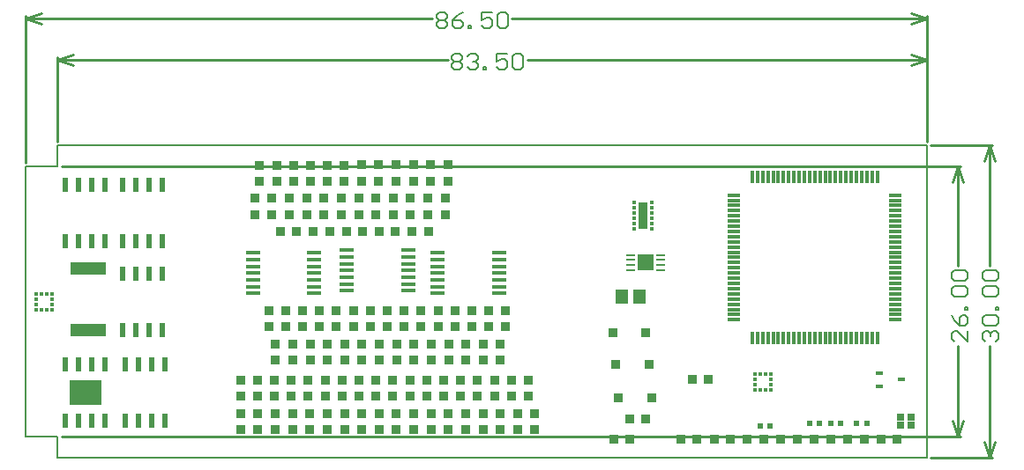
<source format=gtp>
G04*
G04 #@! TF.GenerationSoftware,Altium Limited,Altium Designer,22.6.1 (34)*
G04*
G04 Layer_Color=8421504*
%FSLAX25Y25*%
%MOIN*%
G70*
G04*
G04 #@! TF.SameCoordinates,4A999195-7229-471D-A063-F470427C1832*
G04*
G04*
G04 #@! TF.FilePolarity,Positive*
G04*
G01*
G75*
%ADD13C,0.00787*%
%ADD14C,0.01000*%
%ADD16C,0.00600*%
%ADD17R,0.02362X0.05709*%
%ADD18R,0.12205X0.09488*%
%ADD19R,0.02953X0.02559*%
%ADD20R,0.13386X0.04921*%
%ADD21R,0.05512X0.01575*%
%ADD22R,0.03347X0.00984*%
%ADD23R,0.06299X0.05906*%
%ADD24R,0.03543X0.03740*%
%ADD25R,0.04921X0.05512*%
%ADD26R,0.03740X0.03543*%
%ADD27R,0.03150X0.01575*%
%ADD28R,0.03543X0.03740*%
%ADD29R,0.01181X0.04724*%
%ADD30R,0.04724X0.01181*%
%ADD31R,0.01280X0.01181*%
%ADD32R,0.03386X0.10433*%
%ADD33R,0.01772X0.01378*%
%ADD34R,0.03740X0.03543*%
%ADD35R,0.02362X0.02165*%
D13*
X11836Y110261D02*
Y118135D01*
Y25D02*
Y7899D01*
X25D02*
X11836D01*
X25Y110261D02*
X11836D01*
Y25D02*
X340576D01*
Y118135D01*
X11836D02*
X340576D01*
X25Y7899D02*
Y110261D01*
D14*
X350362Y13874D02*
X352362Y7874D01*
X354362Y13874D01*
X352362Y110236D02*
X354362Y104236D01*
X350362D02*
X352362Y110236D01*
Y7874D02*
Y42360D01*
Y72551D02*
Y110236D01*
X13780Y7874D02*
X353362D01*
X13780Y110236D02*
X353362D01*
X11836Y150591D02*
X17836Y152591D01*
X11836Y150591D02*
X17836Y148591D01*
X334576D02*
X340576Y150591D01*
X334576Y152591D02*
X340576Y150591D01*
X11836D02*
X159511D01*
X189702D02*
X340576D01*
X11836Y119529D02*
Y151591D01*
X340576Y119529D02*
Y151591D01*
X364173Y118135D02*
X366173Y112135D01*
X362173D02*
X364173Y118135D01*
X362173Y6025D02*
X364173Y25D01*
X366173Y6025D01*
X364173Y72576D02*
Y118135D01*
Y25D02*
Y42384D01*
X341970Y118135D02*
X365173D01*
X341970Y25D02*
X365173D01*
X25Y166339D02*
X6025Y168339D01*
X25Y166339D02*
X6025Y164339D01*
X334576D02*
X340576Y166339D01*
X334576Y168339D02*
X340576Y166339D01*
X25D02*
X153605D01*
X183796D02*
X340576D01*
X25Y111655D02*
Y167339D01*
X340576Y119529D02*
Y167339D01*
D16*
X355961Y47958D02*
Y43960D01*
X351962Y47958D01*
X350963D01*
X349963Y46959D01*
Y44959D01*
X350963Y43960D01*
X349963Y53956D02*
X350963Y51957D01*
X352962Y49957D01*
X354961D01*
X355961Y50957D01*
Y52957D01*
X354961Y53956D01*
X353962D01*
X352962Y52957D01*
Y49957D01*
X355961Y55956D02*
X354961D01*
Y56955D01*
X355961D01*
Y55956D01*
X350963Y60954D02*
X349963Y61954D01*
Y63953D01*
X350963Y64953D01*
X354961D01*
X355961Y63953D01*
Y61954D01*
X354961Y60954D01*
X350963D01*
Y66952D02*
X349963Y67952D01*
Y69951D01*
X350963Y70951D01*
X354961D01*
X355961Y69951D01*
Y67952D01*
X354961Y66952D01*
X350963D01*
X161110Y151990D02*
X162110Y152990D01*
X164110D01*
X165109Y151990D01*
Y150990D01*
X164110Y149991D01*
X165109Y148991D01*
Y147991D01*
X164110Y146992D01*
X162110D01*
X161110Y147991D01*
Y148991D01*
X162110Y149991D01*
X161110Y150990D01*
Y151990D01*
X162110Y149991D02*
X164110D01*
X167109Y151990D02*
X168108Y152990D01*
X170107D01*
X171107Y151990D01*
Y150990D01*
X170107Y149991D01*
X169108D01*
X170107D01*
X171107Y148991D01*
Y147991D01*
X170107Y146992D01*
X168108D01*
X167109Y147991D01*
X173107Y146992D02*
Y147991D01*
X174106D01*
Y146992D01*
X173107D01*
X182104Y152990D02*
X178105D01*
Y149991D01*
X180104Y150990D01*
X181104D01*
X182104Y149991D01*
Y147991D01*
X181104Y146992D01*
X179105D01*
X178105Y147991D01*
X184103Y151990D02*
X185103Y152990D01*
X187102D01*
X188102Y151990D01*
Y147991D01*
X187102Y146992D01*
X185103D01*
X184103Y147991D01*
Y151990D01*
X362774Y43984D02*
X361774Y44984D01*
Y46984D01*
X362774Y47983D01*
X363773D01*
X364773Y46984D01*
Y45984D01*
Y46984D01*
X365773Y47983D01*
X366773D01*
X367772Y46984D01*
Y44984D01*
X366773Y43984D01*
X362774Y49983D02*
X361774Y50982D01*
Y52982D01*
X362774Y53981D01*
X366773D01*
X367772Y52982D01*
Y50982D01*
X366773Y49983D01*
X362774D01*
X367772Y55981D02*
X366773D01*
Y56980D01*
X367772D01*
Y55981D01*
X362774Y60979D02*
X361774Y61979D01*
Y63978D01*
X362774Y64978D01*
X366773D01*
X367772Y63978D01*
Y61979D01*
X366773Y60979D01*
X362774D01*
Y66977D02*
X361774Y67977D01*
Y69976D01*
X362774Y70976D01*
X366773D01*
X367772Y69976D01*
Y67977D01*
X366773Y66977D01*
X362774D01*
X155205Y167738D02*
X156205Y168738D01*
X158204D01*
X159204Y167738D01*
Y166738D01*
X158204Y165739D01*
X159204Y164739D01*
Y163739D01*
X158204Y162740D01*
X156205D01*
X155205Y163739D01*
Y164739D01*
X156205Y165739D01*
X155205Y166738D01*
Y167738D01*
X156205Y165739D02*
X158204D01*
X165202Y168738D02*
X163202Y167738D01*
X161203Y165739D01*
Y163739D01*
X162203Y162740D01*
X164202D01*
X165202Y163739D01*
Y164739D01*
X164202Y165739D01*
X161203D01*
X167201Y162740D02*
Y163739D01*
X168201D01*
Y162740D01*
X167201D01*
X176198Y168738D02*
X172199D01*
Y165739D01*
X174199Y166738D01*
X175198D01*
X176198Y165739D01*
Y163739D01*
X175198Y162740D01*
X173199D01*
X172199Y163739D01*
X178198Y167738D02*
X179197Y168738D01*
X181196D01*
X182196Y167738D01*
Y163739D01*
X181196Y162740D01*
X179197D01*
X178198Y163739D01*
Y167738D01*
D17*
X15138Y13878D02*
D03*
X20138D02*
D03*
X25138D02*
D03*
X30138D02*
D03*
X15138Y35335D02*
D03*
X20138D02*
D03*
X25138D02*
D03*
X30138D02*
D03*
X51791Y69784D02*
D03*
X46791D02*
D03*
X41791D02*
D03*
X36791D02*
D03*
X51791Y48327D02*
D03*
X46791D02*
D03*
X41791D02*
D03*
X36791D02*
D03*
X52776Y35335D02*
D03*
X47776D02*
D03*
X42776D02*
D03*
X37776D02*
D03*
X52776Y13878D02*
D03*
X47776D02*
D03*
X42776D02*
D03*
X37776D02*
D03*
X51791Y103248D02*
D03*
X46791D02*
D03*
X41791D02*
D03*
X36791D02*
D03*
X51791Y81791D02*
D03*
X46791D02*
D03*
X41791D02*
D03*
X36791D02*
D03*
X30138Y103248D02*
D03*
X25138D02*
D03*
X20138D02*
D03*
X15138D02*
D03*
X30138Y81791D02*
D03*
X25138D02*
D03*
X20138D02*
D03*
X15138D02*
D03*
D18*
X22638Y24606D02*
D03*
D19*
X330610Y15256D02*
D03*
Y12303D02*
D03*
X334744Y15256D02*
D03*
Y12303D02*
D03*
D20*
X23622Y48327D02*
D03*
Y71752D02*
D03*
D21*
X121260Y78543D02*
D03*
Y75984D02*
D03*
Y73425D02*
D03*
Y70866D02*
D03*
Y68307D02*
D03*
Y65748D02*
D03*
Y63189D02*
D03*
X144488Y78543D02*
D03*
Y75984D02*
D03*
Y73425D02*
D03*
Y70866D02*
D03*
Y68307D02*
D03*
Y65748D02*
D03*
Y63189D02*
D03*
X155709Y77559D02*
D03*
Y75000D02*
D03*
Y72441D02*
D03*
Y69882D02*
D03*
Y67323D02*
D03*
Y64764D02*
D03*
Y62205D02*
D03*
X178937Y77559D02*
D03*
Y75000D02*
D03*
Y72441D02*
D03*
Y69882D02*
D03*
Y67323D02*
D03*
Y64764D02*
D03*
Y62205D02*
D03*
X85827Y77559D02*
D03*
Y75000D02*
D03*
Y72441D02*
D03*
Y69882D02*
D03*
Y67323D02*
D03*
Y64764D02*
D03*
Y62205D02*
D03*
X109055Y77559D02*
D03*
Y75000D02*
D03*
Y72441D02*
D03*
Y69882D02*
D03*
Y67323D02*
D03*
Y64764D02*
D03*
Y62205D02*
D03*
D22*
X228661Y76772D02*
D03*
Y74803D02*
D03*
Y72835D02*
D03*
Y70866D02*
D03*
X239843Y76772D02*
D03*
Y74803D02*
D03*
Y72835D02*
D03*
Y70866D02*
D03*
D23*
X234252Y73819D02*
D03*
D24*
X235531Y35433D02*
D03*
X223130D02*
D03*
X236516Y22638D02*
D03*
X224114D02*
D03*
X234252Y47244D02*
D03*
X221850D02*
D03*
X121159Y85614D02*
D03*
X127262D02*
D03*
X133605D02*
D03*
X139707D02*
D03*
X96268D02*
D03*
X102370D02*
D03*
X108714D02*
D03*
X114816D02*
D03*
X146051D02*
D03*
X152153D02*
D03*
D25*
X231890Y61024D02*
D03*
X225394D02*
D03*
D26*
X133426Y104698D02*
D03*
Y110801D02*
D03*
X126886Y104698D02*
D03*
Y110801D02*
D03*
X153047Y104698D02*
D03*
Y110801D02*
D03*
X159587Y104698D02*
D03*
Y110801D02*
D03*
X107413Y10630D02*
D03*
Y16732D02*
D03*
X185895Y10630D02*
D03*
Y16732D02*
D03*
X172814Y10630D02*
D03*
Y16732D02*
D03*
X192435Y10630D02*
D03*
Y16732D02*
D03*
X179354Y10630D02*
D03*
Y16732D02*
D03*
X114039Y36938D02*
D03*
Y43040D02*
D03*
X94418Y36938D02*
D03*
Y43040D02*
D03*
X100958Y36938D02*
D03*
Y43040D02*
D03*
X120579Y36938D02*
D03*
Y43040D02*
D03*
X107499Y36938D02*
D03*
Y43040D02*
D03*
X133573Y10630D02*
D03*
Y16732D02*
D03*
X127033Y10630D02*
D03*
Y16732D02*
D03*
X120493Y10630D02*
D03*
Y16732D02*
D03*
X113953Y10630D02*
D03*
Y16732D02*
D03*
X159734Y10630D02*
D03*
Y16732D02*
D03*
X140113Y10630D02*
D03*
Y16732D02*
D03*
X146653Y10630D02*
D03*
Y16732D02*
D03*
X166274Y10630D02*
D03*
Y16732D02*
D03*
X153194Y10630D02*
D03*
Y16732D02*
D03*
X81252Y10630D02*
D03*
Y16732D02*
D03*
X100872Y10630D02*
D03*
Y16732D02*
D03*
X94332Y10630D02*
D03*
Y16732D02*
D03*
X146506Y104698D02*
D03*
Y110801D02*
D03*
X139966Y104698D02*
D03*
Y110801D02*
D03*
X87792Y10630D02*
D03*
Y16732D02*
D03*
X140199Y36938D02*
D03*
Y43040D02*
D03*
X166360Y36938D02*
D03*
Y43040D02*
D03*
X133659Y36938D02*
D03*
Y43040D02*
D03*
X159820Y36938D02*
D03*
Y43040D02*
D03*
X153280Y36938D02*
D03*
Y43040D02*
D03*
X119272Y92056D02*
D03*
Y98158D02*
D03*
X127119Y36938D02*
D03*
Y43040D02*
D03*
X145432Y92056D02*
D03*
Y98158D02*
D03*
X151973Y92056D02*
D03*
Y98158D02*
D03*
X158513Y92056D02*
D03*
Y98158D02*
D03*
X125812Y92056D02*
D03*
Y98158D02*
D03*
X132352Y92056D02*
D03*
Y98158D02*
D03*
X138892Y92056D02*
D03*
Y98158D02*
D03*
X93111Y92056D02*
D03*
Y98158D02*
D03*
X86571Y92056D02*
D03*
Y98158D02*
D03*
X179440Y36938D02*
D03*
Y43040D02*
D03*
X112732Y92056D02*
D03*
Y98158D02*
D03*
X99651Y92056D02*
D03*
Y98158D02*
D03*
X106191Y92056D02*
D03*
Y98158D02*
D03*
X172900Y36938D02*
D03*
Y43040D02*
D03*
X146739Y36938D02*
D03*
Y43040D02*
D03*
D27*
X322539Y26969D02*
D03*
Y32087D02*
D03*
X331004Y29528D02*
D03*
D28*
X104625Y55584D02*
D03*
Y49482D02*
D03*
X149425Y55584D02*
D03*
Y49482D02*
D03*
X155825Y55584D02*
D03*
Y49482D02*
D03*
X143025Y55584D02*
D03*
Y49482D02*
D03*
X136625Y55584D02*
D03*
Y49482D02*
D03*
X130225Y55584D02*
D03*
Y49482D02*
D03*
X177182Y29276D02*
D03*
Y23174D02*
D03*
X170782Y29276D02*
D03*
Y23174D02*
D03*
X100382Y29276D02*
D03*
Y23174D02*
D03*
X93982Y29276D02*
D03*
Y23174D02*
D03*
X87582Y29276D02*
D03*
Y23174D02*
D03*
X81182Y29276D02*
D03*
Y23174D02*
D03*
X125982Y29276D02*
D03*
Y23174D02*
D03*
X132382Y29276D02*
D03*
Y23174D02*
D03*
X119582Y29276D02*
D03*
Y23174D02*
D03*
X106782Y29276D02*
D03*
Y23174D02*
D03*
X181425Y55584D02*
D03*
Y49482D02*
D03*
X113182Y29276D02*
D03*
Y23174D02*
D03*
X88416Y110702D02*
D03*
Y104600D02*
D03*
X175025Y55584D02*
D03*
Y49482D02*
D03*
X120416Y110702D02*
D03*
Y104600D02*
D03*
X114016Y110702D02*
D03*
Y104600D02*
D03*
X168625Y55584D02*
D03*
Y49482D02*
D03*
X162225Y55584D02*
D03*
Y49482D02*
D03*
X107616Y110702D02*
D03*
Y104600D02*
D03*
X94816Y110702D02*
D03*
Y104600D02*
D03*
X111025Y55584D02*
D03*
Y49482D02*
D03*
X123825Y55584D02*
D03*
Y49482D02*
D03*
X117425Y55584D02*
D03*
Y49482D02*
D03*
X101216Y110702D02*
D03*
Y104600D02*
D03*
X98225Y55584D02*
D03*
Y49482D02*
D03*
X157982Y29276D02*
D03*
Y23174D02*
D03*
X164382Y29276D02*
D03*
Y23174D02*
D03*
X138782Y29276D02*
D03*
Y23174D02*
D03*
X151582Y29276D02*
D03*
Y23174D02*
D03*
X145182Y29276D02*
D03*
Y23174D02*
D03*
X189982Y29276D02*
D03*
Y23174D02*
D03*
X91825Y55584D02*
D03*
Y49482D02*
D03*
X183582Y29276D02*
D03*
Y23174D02*
D03*
D29*
X274606Y106299D02*
D03*
X276575D02*
D03*
X278543D02*
D03*
X280512D02*
D03*
X282480D02*
D03*
X284449D02*
D03*
X286417D02*
D03*
X288386D02*
D03*
X290354D02*
D03*
X292323D02*
D03*
X294291D02*
D03*
X296260D02*
D03*
X298228D02*
D03*
X300197D02*
D03*
X302165D02*
D03*
X304134D02*
D03*
X306102D02*
D03*
X308071D02*
D03*
X310039D02*
D03*
X312008D02*
D03*
X313976D02*
D03*
X315945D02*
D03*
X317913D02*
D03*
X319882D02*
D03*
X321850D02*
D03*
Y45276D02*
D03*
X319882D02*
D03*
X317913D02*
D03*
X315945D02*
D03*
X313976D02*
D03*
X312008D02*
D03*
X310039D02*
D03*
X308071D02*
D03*
X306102D02*
D03*
X304134D02*
D03*
X302165D02*
D03*
X300197D02*
D03*
X298228D02*
D03*
X296260D02*
D03*
X294291D02*
D03*
X292323D02*
D03*
X290354D02*
D03*
X288386D02*
D03*
X286417D02*
D03*
X284449D02*
D03*
X282480D02*
D03*
X280512D02*
D03*
X278543D02*
D03*
X276575D02*
D03*
X274606D02*
D03*
D30*
X328740Y99410D02*
D03*
Y97441D02*
D03*
Y95472D02*
D03*
Y93504D02*
D03*
Y91535D02*
D03*
Y89567D02*
D03*
Y87598D02*
D03*
Y85630D02*
D03*
Y83661D02*
D03*
Y81693D02*
D03*
Y79724D02*
D03*
Y77756D02*
D03*
Y75787D02*
D03*
Y73819D02*
D03*
Y71850D02*
D03*
Y69882D02*
D03*
Y67913D02*
D03*
Y65945D02*
D03*
Y63976D02*
D03*
Y62008D02*
D03*
Y60039D02*
D03*
Y58071D02*
D03*
Y56102D02*
D03*
Y54134D02*
D03*
Y52165D02*
D03*
X267717D02*
D03*
Y54134D02*
D03*
Y56102D02*
D03*
Y58071D02*
D03*
Y60039D02*
D03*
Y62008D02*
D03*
Y63976D02*
D03*
Y65945D02*
D03*
Y67913D02*
D03*
Y69882D02*
D03*
Y71850D02*
D03*
Y73819D02*
D03*
Y75787D02*
D03*
Y77756D02*
D03*
Y79724D02*
D03*
Y81693D02*
D03*
Y83661D02*
D03*
Y85630D02*
D03*
Y87598D02*
D03*
Y89567D02*
D03*
Y91535D02*
D03*
Y93504D02*
D03*
Y95472D02*
D03*
Y97441D02*
D03*
Y99410D02*
D03*
D31*
X275590Y31496D02*
D03*
X277559D02*
D03*
X279528D02*
D03*
X281496D02*
D03*
X275590Y29528D02*
D03*
X281496D02*
D03*
X275590Y27559D02*
D03*
X281496D02*
D03*
X275590Y25591D02*
D03*
X277559D02*
D03*
X279528D02*
D03*
X281496D02*
D03*
X9843Y56102D02*
D03*
X7874D02*
D03*
X5906D02*
D03*
X3937D02*
D03*
X9843Y58071D02*
D03*
X3937D02*
D03*
X9843Y60039D02*
D03*
X3937D02*
D03*
X9843Y62008D02*
D03*
X7874D02*
D03*
X5906D02*
D03*
X3937D02*
D03*
D32*
X233268Y91535D02*
D03*
D33*
X236634Y86614D02*
D03*
Y88583D02*
D03*
Y90551D02*
D03*
Y92520D02*
D03*
Y94488D02*
D03*
Y96457D02*
D03*
X229902Y86614D02*
D03*
Y88583D02*
D03*
Y90551D02*
D03*
Y92520D02*
D03*
Y94488D02*
D03*
Y96457D02*
D03*
D34*
X247505Y6890D02*
D03*
X253608D02*
D03*
X228323D02*
D03*
X222220D02*
D03*
X234350Y14764D02*
D03*
X228248D02*
D03*
X266250Y6890D02*
D03*
X260148D02*
D03*
X316821D02*
D03*
X310718D02*
D03*
X329463D02*
D03*
X323361D02*
D03*
X258071Y29528D02*
D03*
X251969D02*
D03*
X278893Y6890D02*
D03*
X272791D02*
D03*
X304178D02*
D03*
X298076D02*
D03*
X291535D02*
D03*
X285433D02*
D03*
D35*
X300098Y12795D02*
D03*
X296358D02*
D03*
X281398Y11811D02*
D03*
X277658D02*
D03*
X307972Y12795D02*
D03*
X304232D02*
D03*
X317815D02*
D03*
X314075D02*
D03*
M02*

</source>
